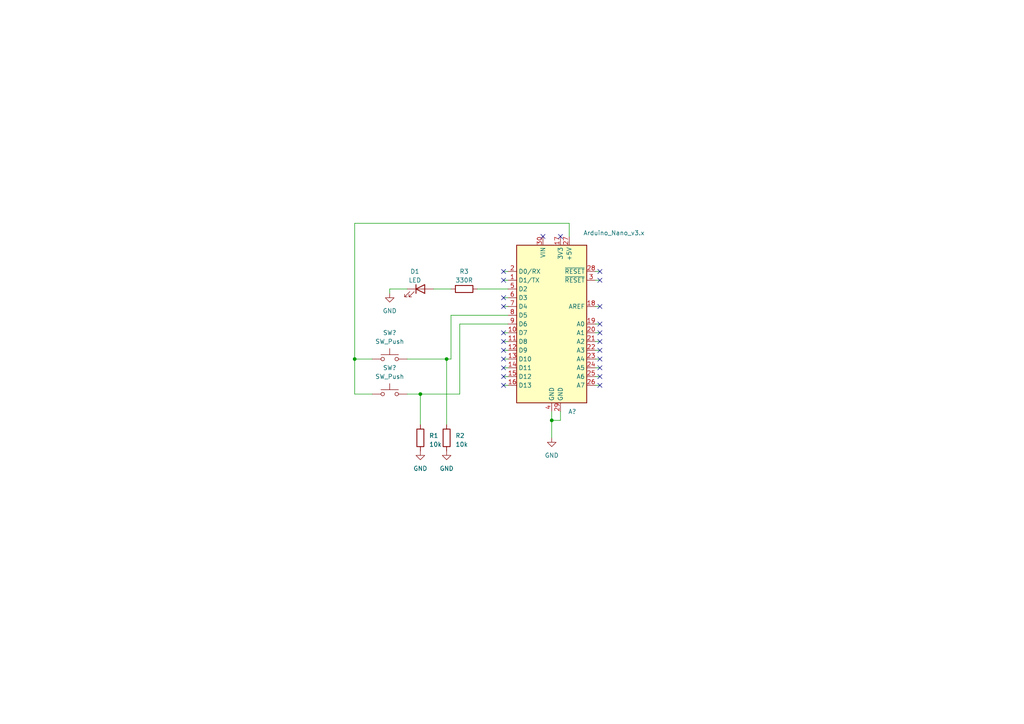
<source format=kicad_sch>
(kicad_sch (version 20231120) (generator "eeschema") (generator_version "8.0")
  (paper "A4")
  (lib_symbols
    (symbol "Device:LED" (pin_numbers hide) (pin_names (offset 1.016) hide)
      (property "Reference" "D" (at 0 2.54 0))
      (property "Value" "LED" (at 0 -2.54 0))
      (symbol "LED_0_1"
        (polyline (pts (xy -1.27 -1.27) (xy -1.27 1.27)) (stroke (width 0.254)))
        (polyline (pts (xy -1.27 0) (xy 1.27 0)))
        (polyline (pts (xy 1.27 -1.27) (xy 1.27 1.27) (xy -1.27 0) (xy 1.27 -1.27)) (stroke (width 0.254)))
        (polyline (pts (xy -3.048 -0.762) (xy -4.572 -2.286) (xy -3.81 -2.286) (xy -4.572 -2.286) (xy -4.572 -1.524)))
        (polyline (pts (xy -1.778 -0.762) (xy -3.302 -2.286) (xy -2.54 -2.286) (xy -3.302 -2.286) (xy -3.302 -1.524)))
      )
      (symbol "LED_1_1"
        (pin passive line (at -3.81 0 0) (length 2.54) (name "K") (number "1"))
        (pin passive line (at 3.81 0 180) (length 2.54) (name "A") (number "2"))
      )
    )
    (symbol "Device:R" (pin_numbers hide) (pin_names (offset 0))
      (property "Reference" "R" (at 2.032 0 90))
      (property "Value" "R" (at 0 0 90))
      (symbol "R_0_1"
        (rectangle (start -1.016 -2.54) (end 1.016 2.54) (stroke (width 0.254)))
      )
      (symbol "R_1_1"
        (pin passive line (at 0 3.81 270) (length 1.27) (name "~") (number "1"))
        (pin passive line (at 0 -3.81 90) (length 1.27) (name "~") (number "2"))
      )
    )
    (symbol "MCU_Module:Arduino_Nano_v3.x"
      (property "Reference" "A" (at -10.16 23.495 0))
      (property "Value" "Arduino_Nano_v3.x" (at 5.08 -24.13 0))
      (symbol "Arduino_Nano_v3.x_0_1"
        (rectangle (start -10.16 22.86) (end 10.16 -22.86) (stroke (width 0.254)) (fill (type background)))
      )
      (symbol "Arduino_Nano_v3.x_1_1"
        (pin bidirectional line (at -12.7 12.7 0) (length 2.54) (name "D1/TX") (number "1"))
        (pin bidirectional line (at -12.7 -2.54 0) (length 2.54) (name "D7") (number "10"))
        (pin bidirectional line (at -12.7 -5.08 0) (length 2.54) (name "D8") (number "11"))
        (pin bidirectional line (at -12.7 -7.62 0) (length 2.54) (name "D9") (number "12"))
        (pin bidirectional line (at -12.7 -10.16 0) (length 2.54) (name "D10") (number "13"))
        (pin bidirectional line (at -12.7 -12.7 0) (length 2.54) (name "D11") (number "14"))
        (pin bidirectional line (at -12.7 -15.24 0) (length 2.54) (name "D12") (number "15"))
        (pin bidirectional line (at -12.7 -17.78 0) (length 2.54) (name "D13") (number "16"))
        (pin power_out line (at 2.54 25.4 270) (length 2.54) (name "3V3") (number "17"))
        (pin input line (at 12.7 5.08 180) (length 2.54) (name "AREF") (number "18"))
        (pin bidirectional line (at 12.7 0 180) (length 2.54) (name "A0") (number "19"))
        (pin bidirectional line (at -12.7 15.24 0) (length 2.54) (name "D0/RX") (number "2"))
        (pin bidirectional line (at 12.7 -2.54 180) (length 2.54) (name "A1") (number "20"))
        (pin bidirectional line (at 12.7 -5.08 180) (length 2.54) (name "A2") (number "21"))
        (pin bidirectional line (at 12.7 -7.62 180) (length 2.54) (name "A3") (number "22"))
        (pin bidirectional line (at 12.7 -10.16 180) (length 2.54) (name "A4") (number "23"))
        (pin bidirectional line (at 12.7 -12.7 180) (length 2.54) (name "A5") (number "24"))
        (pin bidirectional line (at 12.7 -15.24 180) (length 2.54) (name "A6") (number "25"))
        (pin bidirectional line (at 12.7 -17.78 180) (length 2.54) (name "A7") (number "26"))
        (pin power_out line (at 5.08 25.4 270) (length 2.54) (name "+5V") (number "27"))
        (pin input line (at 12.7 15.24 180) (length 2.54) (name "~{RESET}") (number "28"))
        (pin power_in line (at 2.54 -25.4 90) (length 2.54) (name "GND") (number "29"))
        (pin input line (at 12.7 12.7 180) (length 2.54) (name "~{RESET}") (number "3"))
        (pin power_in line (at -2.54 25.4 270) (length 2.54) (name "VIN") (number "30"))
        (pin power_in line (at 0 -25.4 90) (length 2.54) (name "GND") (number "4"))
        (pin bidirectional line (at -12.7 10.16 0) (length 2.54) (name "D2") (number "5"))
        (pin bidirectional line (at -12.7 7.62 0) (length 2.54) (name "D3") (number "6"))
        (pin bidirectional line (at -12.7 5.08 0) (length 2.54) (name "D4") (number "7"))
        (pin bidirectional line (at -12.7 2.54 0) (length 2.54) (name "D5") (number "8"))
        (pin bidirectional line (at -12.7 0 0) (length 2.54) (name "D6") (number "9"))
      )
    )
    (symbol "Switch:SW_Push" (pin_numbers hide) (pin_names (offset 1.016) hide)
      (property "Reference" "SW" (at 1.27 2.54 0))
      (property "Value" "SW_Push" (at 0 -1.524 0))
      (symbol "SW_Push_0_1"
        (circle (center -2.032 0) (radius 0.508))
        (polyline (pts (xy 0 1.27) (xy 0 3.048)))
        (polyline (pts (xy 2.54 1.27) (xy -2.54 1.27)))
        (circle (center 2.032 0) (radius 0.508))
        (pin passive line (at -5.08 0 0) (length 2.54) (name "1") (number "1"))
        (pin passive line (at 5.08 0 180) (length 2.54) (name "2") (number "2"))
      )
    )
    (symbol "power:GND" (power) (pin_names (offset 0))
      (property "Value" "GND" (at 0 -3.81 0))
      (symbol "GND_0_1"
        (polyline (pts (xy 0 0) (xy 0 -1.27) (xy 1.27 -1.27) (xy 0 -2.54) (xy -1.27 -1.27) (xy 0 -1.27)))
      )
      (symbol "GND_1_1"
        (pin power_in line (at 0 0 270) (length 0) hide (name "GND") (number "1"))
      )
    )
  )
  (junction (at 129.54 104.14))
  (junction (at 102.87 104.14))
  (junction (at 160.02 121.92))
  (junction (at 121.92 114.3))
  (no_connect (at 146.05 109.22))
  (no_connect (at 173.99 93.98))
  (no_connect (at 146.05 106.68))
  (no_connect (at 146.05 104.14))
  (no_connect (at 146.05 81.28))
  (no_connect (at 146.05 101.6))
  (no_connect (at 146.05 88.9))
  (no_connect (at 146.05 78.74))
  (no_connect (at 173.99 81.28))
  (no_connect (at 173.99 78.74))
  (no_connect (at 173.99 109.22))
  (no_connect (at 173.99 99.06))
  (no_connect (at 146.05 96.52))
  (no_connect (at 146.05 99.06))
  (no_connect (at 173.99 106.68))
  (no_connect (at 146.05 111.76))
  (no_connect (at 173.99 104.14))
  (no_connect (at 173.99 88.9))
  (no_connect (at 146.05 86.36))
  (no_connect (at 162.56 68.58))
  (no_connect (at 157.48 68.58))
  (no_connect (at 173.99 96.52))
  (no_connect (at 173.99 101.6))
  (no_connect (at 173.99 111.76))
  (wire (pts (xy 146.05 111.76) (xy 147.32 111.76)))
  (wire (pts (xy 146.05 109.22) (xy 147.32 109.22)))
  (wire (pts (xy 146.05 86.36) (xy 147.32 86.36)))
  (wire (pts (xy 118.11 104.14) (xy 129.54 104.14)))
  (wire (pts (xy 162.56 119.38) (xy 162.56 121.92)))
  (wire (pts (xy 173.99 93.98) (xy 172.72 93.98)))
  (wire (pts (xy 173.99 88.9) (xy 172.72 88.9)))
  (wire (pts (xy 173.99 96.52) (xy 172.72 96.52)))
  (wire (pts (xy 146.05 96.52) (xy 147.32 96.52)))
  (wire (pts (xy 173.99 78.74) (xy 172.72 78.74)))
  (wire (pts (xy 146.05 81.28) (xy 147.32 81.28)))
  (wire (pts (xy 173.99 109.22) (xy 172.72 109.22)))
  (wire (pts (xy 138.43 83.82) (xy 147.32 83.82)))
  (wire (pts (xy 160.02 121.92) (xy 160.02 127)))
  (wire (pts (xy 121.92 114.3) (xy 133.35 114.3)))
  (wire (pts (xy 146.05 99.06) (xy 147.32 99.06)))
  (wire (pts (xy 130.81 91.44) (xy 130.81 104.14)))
  (wire (pts (xy 173.99 99.06) (xy 172.72 99.06)))
  (wire (pts (xy 118.11 83.82) (xy 113.03 83.82)))
  (wire (pts (xy 146.05 101.6) (xy 147.32 101.6)))
  (wire (pts (xy 173.99 111.76) (xy 172.72 111.76)))
  (wire (pts (xy 173.99 104.14) (xy 172.72 104.14)))
  (wire (pts (xy 146.05 106.68) (xy 147.32 106.68)))
  (wire (pts (xy 165.1 68.58) (xy 165.1 64.77)))
  (wire (pts (xy 129.54 104.14) (xy 129.54 123.19)))
  (wire (pts (xy 102.87 104.14) (xy 102.87 114.3)))
  (wire (pts (xy 129.54 104.14) (xy 130.81 104.14)))
  (wire (pts (xy 146.05 78.74) (xy 147.32 78.74)))
  (wire (pts (xy 173.99 81.28) (xy 172.72 81.28)))
  (wire (pts (xy 173.99 106.68) (xy 172.72 106.68)))
  (wire (pts (xy 102.87 114.3) (xy 107.95 114.3)))
  (wire (pts (xy 160.02 119.38) (xy 160.02 121.92)))
  (wire (pts (xy 102.87 104.14) (xy 107.95 104.14)))
  (wire (pts (xy 113.03 83.82) (xy 113.03 85.09)))
  (wire (pts (xy 162.56 121.92) (xy 160.02 121.92)))
  (wire (pts (xy 118.11 114.3) (xy 121.92 114.3)))
  (wire (pts (xy 165.1 64.77) (xy 102.87 64.77)))
  (wire (pts (xy 121.92 114.3) (xy 121.92 123.19)))
  (wire (pts (xy 125.73 83.82) (xy 130.81 83.82)))
  (wire (pts (xy 133.35 93.98) (xy 147.32 93.98)))
  (wire (pts (xy 146.05 88.9) (xy 147.32 88.9)))
  (wire (pts (xy 173.99 101.6) (xy 172.72 101.6)))
  (wire (pts (xy 130.81 91.44) (xy 147.32 91.44)))
  (wire (pts (xy 146.05 104.14) (xy 147.32 104.14)))
  (wire (pts (xy 102.87 64.77) (xy 102.87 104.14)))
  (wire (pts (xy 133.35 93.98) (xy 133.35 114.3)))
  (symbol (lib_id "Device:R") (at 121.92 127 0) (unit 1)
    (property "Reference" "R1" (at 124.46 126.365 0) (effects (justify left)))
    (property "Value" "10k" (at 124.46 128.905 0) (effects (justify left)))
  )
  (symbol (lib_id "power:GND") (at 113.03 85.09 0) (unit 1)
    (property "Reference" "#PWR01" (effects (hide yes)))
    (property "Value" "GND" (at 113.03 90.17 0))
  )
  (symbol (lib_id "Switch:SW_Push") (at 113.03 104.14 0) (unit 1)
    (property "Reference" "SW?" (at 113.03 96.52 0))
    (property "Value" "SW_Push" (at 113.03 99.06 0))
    (property "Description" "Push button switch, generic, two pins" (effects (hide yes)))
  )
  (symbol (lib_id "Device:R") (at 134.62 83.82 90) (unit 1)
    (property "Reference" "R3" (at 134.62 78.74 90))
    (property "Value" "330R" (at 134.62 81.28 90))
  )
  (symbol (lib_id "power:GND") (at 121.92 130.81 0) (unit 1)
    (property "Reference" "#PWR02" (effects (hide yes)))
    (property "Value" "GND" (at 121.92 135.89 0))
  )
  (symbol (lib_id "MCU_Module:Arduino_Nano_v3.x") (at 160.02 93.98 0) (unit 1)
    (property "Reference" "A?" (at 164.7841 119.38 0) (effects (justify left)))
    (property "Value" "Arduino_Nano_v3.x" (at 169.164 67.564 0) (effects (justify left)))
    (property "Footprint" "Module:Arduino_Nano" (effects (hide yes)))
    (property "Datasheet" "http://www.mouser.com/pdfdocs/Gravitech_Arduino_Nano3_0.pdf" (effects (hide yes)))
    (property "Description" "Arduino Nano v3.x" (effects (hide yes)))
  )
  (symbol (lib_id "power:GND") (at 129.54 130.81 0) (unit 1)
    (property "Reference" "#PWR03" (effects (hide yes)))
    (property "Value" "GND" (at 129.54 135.89 0))
  )
  (symbol (lib_id "Switch:SW_Push") (at 113.03 114.3 0) (unit 1)
    (property "Reference" "SW?" (at 113.03 106.68 0))
    (property "Value" "SW_Push" (at 113.03 109.22 0))
    (property "Description" "Push button switch, generic, two pins" (effects (hide yes)))
  )
  (symbol (lib_id "power:GND") (at 160.02 127 0) (unit 1)
    (property "Reference" "#PWR04" (effects (hide yes)))
    (property "Value" "GND" (at 160.02 132.08 0))
  )
  (symbol (lib_id "Device:LED") (at 121.92 83.82 0) (unit 1)
    (property "Reference" "D1" (at 120.3325 78.74 0))
    (property "Value" "LED" (at 120.3325 81.28 0))
  )
  (symbol (lib_id "Device:R") (at 129.54 127 0) (unit 1)
    (property "Reference" "R2" (at 132.08 126.365 0) (effects (justify left)))
    (property "Value" "10k" (at 132.08 128.905 0) (effects (justify left)))
  )
)
</source>
